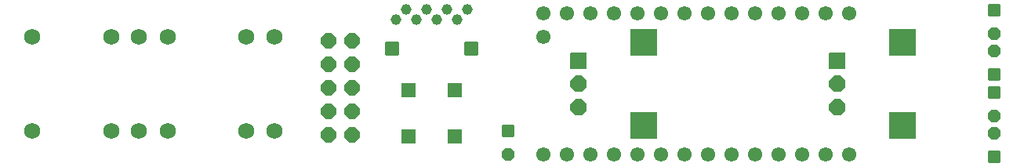
<source format=gbr>
%TF.GenerationSoftware,KiCad,Pcbnew,8.0.5*%
%TF.CreationDate,2024-11-18T15:17:10-05:00*%
%TF.ProjectId,RadioMusic_F rev2-2,52616469-6f4d-4757-9369-635f46207265,rev?*%
%TF.SameCoordinates,Original*%
%TF.FileFunction,Soldermask,Top*%
%TF.FilePolarity,Negative*%
%FSLAX46Y46*%
G04 Gerber Fmt 4.6, Leading zero omitted, Abs format (unit mm)*
G04 Created by KiCad (PCBNEW 8.0.5) date 2024-11-18 15:17:10*
%MOMM*%
%LPD*%
G01*
G04 APERTURE LIST*
G04 Aperture macros list*
%AMRoundRect*
0 Rectangle with rounded corners*
0 $1 Rounding radius*
0 $2 $3 $4 $5 $6 $7 $8 $9 X,Y pos of 4 corners*
0 Add a 4 corners polygon primitive as box body*
4,1,4,$2,$3,$4,$5,$6,$7,$8,$9,$2,$3,0*
0 Add four circle primitives for the rounded corners*
1,1,$1+$1,$2,$3*
1,1,$1+$1,$4,$5*
1,1,$1+$1,$6,$7*
1,1,$1+$1,$8,$9*
0 Add four rect primitives between the rounded corners*
20,1,$1+$1,$2,$3,$4,$5,0*
20,1,$1+$1,$4,$5,$6,$7,0*
20,1,$1+$1,$6,$7,$8,$9,0*
20,1,$1+$1,$8,$9,$2,$3,0*%
%AMFreePoly0*
4,1,17,0.288426,0.645521,0.645521,0.288426,0.660400,0.252505,0.660400,-0.252505,0.645521,-0.288426,0.288426,-0.645521,0.252505,-0.660400,-0.252505,-0.660400,-0.288426,-0.645521,-0.645521,-0.288426,-0.660400,-0.252505,-0.660400,0.252505,-0.645521,0.288426,-0.288426,0.645521,-0.252505,0.660400,0.252505,0.660400,0.288426,0.645521,0.288426,0.645521,$1*%
%AMFreePoly1*
4,1,17,0.383115,0.874121,0.874121,0.383115,0.889000,0.347194,0.889000,-0.347194,0.874121,-0.383115,0.383115,-0.874121,0.347194,-0.889000,-0.347194,-0.889000,-0.383115,-0.874121,-0.874121,-0.383115,-0.889000,-0.347194,-0.889000,0.347194,-0.874121,0.383115,-0.383115,0.874121,-0.347194,0.889000,0.347194,0.889000,0.383115,0.874121,0.383115,0.874121,$1*%
%AMFreePoly2*
4,1,17,0.351552,0.797921,0.797921,0.351552,0.812800,0.315631,0.812800,-0.315631,0.797921,-0.351552,0.351552,-0.797921,0.315631,-0.812800,-0.315631,-0.812800,-0.351552,-0.797921,-0.797921,-0.351552,-0.812800,-0.315631,-0.812800,0.315631,-0.797921,0.351552,-0.351552,0.797921,-0.315631,0.812800,0.315631,0.812800,0.351552,0.797921,0.351552,0.797921,$1*%
G04 Aperture macros list end*
%ADD10C,1.751600*%
%ADD11RoundRect,0.050800X0.609600X-0.609600X0.609600X0.609600X-0.609600X0.609600X-0.609600X-0.609600X0*%
%ADD12FreePoly0,90.000000*%
%ADD13RoundRect,0.050800X-0.609600X0.609600X-0.609600X-0.609600X0.609600X-0.609600X0.609600X0.609600X0*%
%ADD14FreePoly0,270.000000*%
%ADD15RoundRect,0.050800X0.750000X0.750000X-0.750000X0.750000X-0.750000X-0.750000X0.750000X-0.750000X0*%
%ADD16RoundRect,0.050800X-0.675000X-0.675000X0.675000X-0.675000X0.675000X0.675000X-0.675000X0.675000X0*%
%ADD17C,1.151600*%
%ADD18RoundRect,0.050800X0.838200X0.838200X-0.838200X0.838200X-0.838200X-0.838200X0.838200X-0.838200X0*%
%ADD19FreePoly1,180.000000*%
%ADD20RoundRect,0.050800X1.400000X1.400000X-1.400000X1.400000X-1.400000X-1.400000X1.400000X-1.400000X0*%
%ADD21FreePoly2,90.000000*%
%ADD22C,1.549400*%
G04 APERTURE END LIST*
D10*
%TO.C,CHANNEL-CV0*%
X110956100Y-110558600D03*
X119456100Y-110558600D03*
X122456100Y-110558600D03*
%TD*%
%TO.C,RESET-CV0*%
X96351100Y-100398600D03*
X104851100Y-100398600D03*
X107851100Y-100398600D03*
%TD*%
D11*
%TO.C,LED4*%
X200157100Y-113352600D03*
D12*
X200157100Y-110812600D03*
%TD*%
D10*
%TO.C,TIME-CV0*%
X110956100Y-100398600D03*
X119456100Y-100398600D03*
X122456100Y-100398600D03*
%TD*%
D11*
%TO.C,LED2*%
X200157100Y-104462600D03*
D12*
X200157100Y-101922600D03*
%TD*%
D13*
%TO.C,LED5*%
X147706100Y-110558600D03*
D14*
X147706100Y-113098600D03*
%TD*%
D15*
%TO.C,RESET0*%
X141951100Y-111153600D03*
X136951100Y-111153600D03*
X136951100Y-106153600D03*
X141951100Y-106153600D03*
%TD*%
D13*
%TO.C,LED3*%
X200157100Y-106367600D03*
D14*
X200157100Y-108907600D03*
%TD*%
D10*
%TO.C,OUTPUT0*%
X96351100Y-110558600D03*
X104851100Y-110558600D03*
X107851100Y-110558600D03*
%TD*%
D16*
%TO.C,X1*%
X135151100Y-101663600D03*
X143751100Y-101663600D03*
D17*
X135601100Y-98493600D03*
X136701100Y-97393600D03*
X137801100Y-98493600D03*
X138901100Y-97393600D03*
X140001100Y-98493600D03*
X141101100Y-97393600D03*
X142201100Y-98493600D03*
X143301100Y-97393600D03*
%TD*%
D13*
%TO.C,LED1*%
X200157100Y-97477600D03*
D14*
X200157100Y-100017600D03*
%TD*%
D18*
%TO.C,TIME-POT0*%
X155311100Y-102978600D03*
D19*
X155311100Y-105478600D03*
X155311100Y-107978600D03*
D20*
X162311100Y-109978600D03*
X162311100Y-100978600D03*
%TD*%
D18*
%TO.C,CHANNEL-POT0*%
X183251100Y-102978600D03*
D19*
X183251100Y-105478600D03*
X183251100Y-107978600D03*
D20*
X190251100Y-109978600D03*
X190251100Y-100978600D03*
%TD*%
D21*
%TO.C,SV1*%
X128275100Y-110939600D03*
X130815100Y-110939600D03*
X128275100Y-108399600D03*
X130815100Y-108399600D03*
X128275100Y-105859600D03*
X130815100Y-105859600D03*
X128275100Y-103319600D03*
X130815100Y-103319600D03*
X128275100Y-100779600D03*
X130815100Y-100779600D03*
%TD*%
D22*
%TO.C,U1*%
X181996100Y-113098600D03*
X179456100Y-113098600D03*
X176916100Y-113098600D03*
X174376100Y-113098600D03*
X179456100Y-97858600D03*
X171836100Y-113098600D03*
X169296100Y-113098600D03*
X166756100Y-113098600D03*
X164216100Y-113098600D03*
X161676100Y-113098600D03*
X159136100Y-113098600D03*
X156596100Y-113098600D03*
X154056100Y-113098600D03*
X151516100Y-113098600D03*
X151516100Y-97858600D03*
X154056100Y-97858600D03*
X156596100Y-97858600D03*
X159136100Y-97858600D03*
X161676100Y-97858600D03*
X164216100Y-97858600D03*
X166756100Y-97858600D03*
X169296100Y-97858600D03*
X171836100Y-97858600D03*
X174376100Y-97858600D03*
X176916100Y-97858600D03*
X181996100Y-97858600D03*
X151516100Y-100398600D03*
X184536100Y-113098600D03*
X184536100Y-97858600D03*
%TD*%
M02*

</source>
